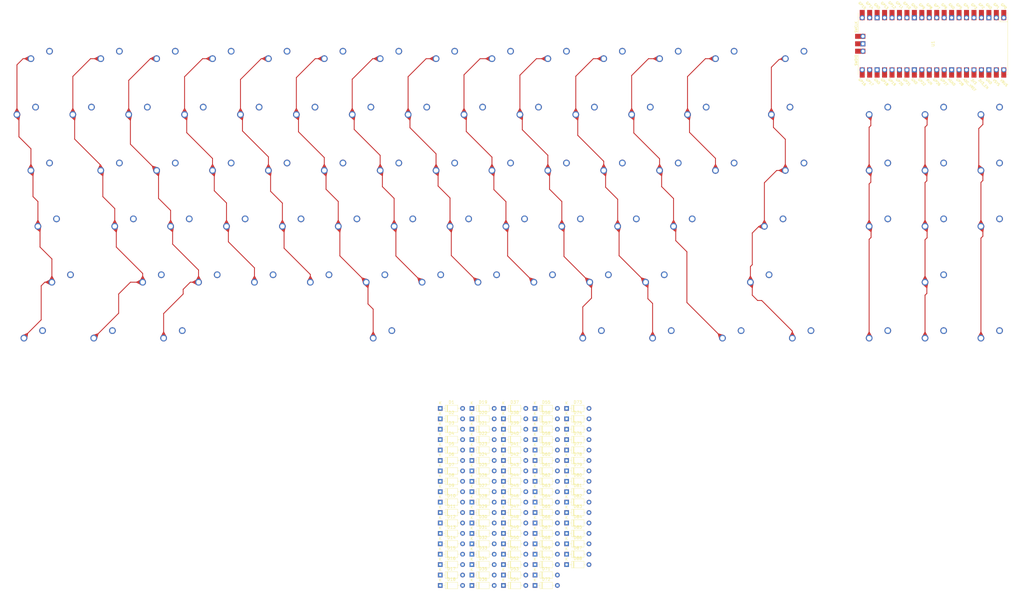
<source format=kicad_pcb>
(kicad_pcb (version 20240108) (generator "pcbnew") (generator_version "8.0")
  (title_block (title "Aniboard") (date "2025-02-02") (rev "v1.0") (company "Cyao") (comment 1 "https://github.com/cheyao/aniboard"))
  (layers (0 "F.Cu" signal) (31 "B.Cu" signal) (34 "B.Paste" user) (35 "F.Paste" user) (36 "B.SilkS" user "B.Silkscreen") (37 "F.SilkS" user "F.Silkscreen") (38 "B.Mask" user) (39 "F.Mask" user) (44 "Edge.Cuts" user))
  (net 0 "")
  (net 21 "COL0")
  (net 22 "Net-(D1-A)")
  (net 23 "COL1")
  (net 24 "Net-(D2-A)")
  (net 25 "Net-(D3-A)")
  (net 26 "COL2")
  (net 27 "COL3")
  (net 28 "Net-(D4-A)")
  (net 29 "COL4")
  (net 30 "Net-(D5-A)")
  (net 31 "Net-(D6-A)")
  (net 32 "COL5")
  (net 33 "Net-(D7-A)")
  (net 34 "COL6")
  (net 35 "COL7")
  (net 36 "Net-(D8-A)")
  (net 37 "COL8")
  (net 38 "Net-(D9-A)")
  (net 39 "Net-(D10-A)")
  (net 40 "COL9")
  (net 41 "Net-(D11-A)")
  (net 42 "COL10")
  (net 43 "COL11")
  (net 44 "Net-(D12-A)")
  (net 45 "COL12")
  (net 46 "Net-(D13-A)")
  (net 47 "COL13")
  (net 48 "Net-(D14-A)")
  (net 49 "Net-(D15-A)")
  (net 50 "Net-(D16-A)")
  (net 51 "Net-(D17-A)")
  (net 52 "Net-(D18-A)")
  (net 53 "Net-(D19-A)")
  (net 54 "Net-(D20-A)")
  (net 55 "Net-(D21-A)")
  (net 56 "Net-(D22-A)")
  (net 57 "Net-(D23-A)")
  (net 58 "Net-(D24-A)")
  (net 59 "Net-(D25-A)")
  (net 60 "Net-(D26-A)")
  (net 61 "Net-(D27-A)")
  (net 62 "Net-(D28-A)")
  (net 63 "Net-(D29-A)")
  (net 64 "Net-(D30-A)")
  (net 65 "Net-(D31-A)")
  (net 66 "Net-(D32-A)")
  (net 67 "Net-(D33-A)")
  (net 68 "Net-(D34-A)")
  (net 69 "Net-(D35-A)")
  (net 70 "Net-(D36-A)")
  (net 71 "Net-(D37-A)")
  (net 72 "Net-(D38-A)")
  (net 73 "Net-(D39-A)")
  (net 74 "Net-(D40-A)")
  (net 75 "Net-(D41-A)")
  (net 76 "Net-(D42-A)")
  (net 77 "Net-(D43-A)")
  (net 78 "Net-(D44-A)")
  (net 79 "Net-(D45-A)")
  (net 80 "Net-(D46-A)")
  (net 81 "Net-(D47-A)")
  (net 82 "Net-(D48-A)")
  (net 83 "Net-(D49-A)")
  (net 84 "Net-(D50-A)")
  (net 85 "Net-(D51-A)")
  (net 86 "Net-(D52-A)")
  (net 87 "Net-(D53-A)")
  (net 88 "Net-(D54-A)")
  (net 89 "Net-(D55-A)")
  (net 90 "Net-(D56-A)")
  (net 91 "Net-(D57-A)")
  (net 92 "Net-(D58-A)")
  (net 93 "Net-(D59-A)")
  (net 94 "Net-(D60-A)")
  (net 95 "Net-(D61-A)")
  (net 96 "Net-(D62-A)")
  (net 97 "Net-(D63-A)")
  (net 98 "Net-(D64-A)")
  (net 99 "Net-(D65-A)")
  (net 100 "Net-(D66-A)")
  (net 101 "Net-(D67-A)")
  (net 102 "Net-(D68-A)")
  (net 103 "Net-(D69-A)")
  (net 104 "Net-(D70-A)")
  (net 105 "Net-(D71-A)")
  (net 106 "Net-(D72-A)")
  (net 107 "Net-(D73-A)")
  (net 108 "Net-(D74-A)")
  (net 109 "Net-(D75-A)")
  (net 110 "Net-(D76-A)")
  (net 111 "COL14")
  (net 112 "COL15")
  (net 113 "Net-(D77-A)")
  (net 114 "COL16")
  (net 115 "Net-(D78-A)")
  (net 116 "Net-(D79-A)")
  (net 117 "Net-(D80-A)")
  (net 118 "Net-(D81-A)")
  (net 119 "Net-(D82-A)")
  (net 120 "Net-(D83-A)")
  (net 121 "Net-(D84-A)")
  (net 122 "Net-(D85-A)")
  (net 123 "Net-(D86-A)")
  (net 124 "Net-(D87-A)")
  (net 125 "Net-(D88-A)")
  (net 126 "ROW0")
  (net 127 "ROW1")
  (net 128 "ROW2")
  (net 129 "ROW3")
  (net 130 "ROW4")
  (net 131 "ROW5")
  (footprint "Diode_THT:D_DO-35_SOD27_P7.62mm_Horizontal" (layer "F.Cu") (at 196.4 171.5)
    (property "Reference" "D21")
    (property "Value" "D")
  )
  (footprint "Diode_THT:D_DO-35_SOD27_P7.62mm_Horizontal" (layer "F.Cu") (at 185.63 167.95)
    (property "Reference" "D2")
    (property "Value" "D")
  )
  (footprint "Diode_THT:D_DO-35_SOD27_P7.62mm_Horizontal" (layer "F.Cu") (at 217.94 221.2)
    (property "Reference" "D71")
    (property "Value" "D")
  )
  (footprint "PCM_marbastlib-mx:SW_MX_1u" (layer "F.Cu") (at 164.19875 123.91875)
    (property "Reference" "SW61" (hide yes))
    (property "Value" "SW_Push")
  )
  (footprint "PCM_marbastlib-mx:SW_MX_1u" (layer "F.Cu") (at 302.31125 66.76875)
    (property "Reference" "SW28" (hide yes))
    (property "Value" "SW_Push")
  )
  (footprint "PCM_marbastlib-mx:SW_MX_1u" (layer "F.Cu") (at 140.38625 66.76875)
    (property "Reference" "SW20" (hide yes))
    (property "Value" "SW_Push")
  )
  (footprint "Diode_THT:D_DO-35_SOD27_P7.62mm_Horizontal" (layer "F.Cu") (at 217.94 171.5)
    (property "Reference" "D57")
    (property "Value" "D")
  )
  (footprint "Diode_THT:D_DO-35_SOD27_P7.62mm_Horizontal" (layer "F.Cu") (at 228.71 203.45)
    (property "Reference" "D84")
    (property "Value" "D")
  )
  (footprint "Diode_THT:D_DO-35_SOD27_P7.62mm_Horizontal" (layer "F.Cu") (at 185.63 178.6)
    (property "Reference" "D5")
    (property "Value" "D")
  )
  (footprint "Diode_THT:D_DO-35_SOD27_P7.62mm_Horizontal" (layer "F.Cu") (at 196.4 167.95)
    (property "Reference" "D20")
    (property "Value" "D")
  )
  (footprint "PCM_marbastlib-mx:SW_MX_1u" (layer "F.Cu") (at 335.64875 142.96875)
    (property "Reference" "SW76" (hide yes))
    (property "Value" "SW_Push")
  )
  (footprint "PCM_marbastlib-mx:SW_MX_1u" (layer "F.Cu") (at 264.21125 85.81875)
    (property "Reference" "SW40" (hide yes))
    (property "Value" "SW_Push")
  )
  (footprint "Diode_THT:D_DO-35_SOD27_P7.62mm_Horizontal" (layer "F.Cu") (at 207.17 175.05)
    (property "Reference" "D40")
    (property "Value" "D")
  )
  (footprint "Diode_THT:D_DO-35_SOD27_P7.62mm_Horizontal" (layer "F.Cu") (at 207.17 207)
    (property "Reference" "D49")
    (property "Value" "D")
  )
  (footprint "Diode_THT:D_DO-35_SOD27_P7.62mm_Horizontal" (layer "F.Cu") (at 228.71 214.1)
    (property "Reference" "D87")
    (property "Value" "D")
  )
  (footprint "PCM_marbastlib-mx:SW_MX_1u" (layer "F.Cu") (at 168.96125 85.81875)
    (property "Reference" "SW35" (hide yes))
    (property "Value" "SW_Push")
  )
  (footprint "PCM_marbastlib-mx:SW_MX_1.25u" (layer "F.Cu") (at 261.83 142.96875)
    (property "Reference" "SW73" (hide yes))
    (property "Value" "SW_Push")
  )
  (footprint "PCM_marbastlib-mx:SW_MX_1u" (layer "F.Cu") (at 130.86125 47.71875)
    (property "Reference" "SW5" (hide yes))
    (property "Value" "SW_Push")
  )
  (footprint "Diode_THT:D_DO-35_SOD27_P7.62mm_Horizontal" (layer "F.Cu") (at 185.63 185.7)
    (property "Reference" "D7")
    (property "Value" "D")
  )
  (footprint "PCM_marbastlib-mx:SW_MX_1u" (layer "F.Cu") (at 192.77375 104.86875)
    (property "Reference" "SW50" (hide yes))
    (property "Value" "SW_Push")
  )
  (footprint "Diode_THT:D_DO-35_SOD27_P7.62mm_Horizontal" (layer "F.Cu") (at 207.17 189.25)
    (property "Reference" "D44")
    (property "Value" "D")
  )
  (footprint "Diode_THT:D_DO-35_SOD27_P7.62mm_Horizontal" (layer "F.Cu") (at 207.17 196.35)
    (property "Reference" "D46")
    (property "Value" "D")
  )
  (footprint "Diode_THT:D_DO-35_SOD27_P7.62mm_Horizontal" (layer "F.Cu") (at 207.17 185.7)
    (property "Reference" "D43")
    (property "Value" "D")
  )
  (footprint "PCM_marbastlib-mx:SW_MX_1u" (layer "F.Cu") (at 166.58 142.96875)
    (property "Reference" "SW71" (hide yes))
    (property "Value" "SW_Push")
  )
  (footprint "PCM_marbastlib-mx:SW_MX_1u" (layer "F.Cu") (at 97.52375 104.86875)
    (property "Reference" "SW45" (hide yes))
    (property "Value" "SW_Push")
  )
  (footprint "Diode_THT:D_DO-35_SOD27_P7.62mm_Horizontal" (layer "F.Cu") (at 185.63 182.15)
    (property "Reference" "D6")
    (property "Value" "D")
  )
  (footprint "PCM_marbastlib-mx:SW_MX_1u" (layer "F.Cu") (at 159.43625 66.76875)
    (property "Reference" "SW21" (hide yes))
    (property "Value" "SW_Push")
  )
  (footprint "Diode_THT:D_DO-35_SOD27_P7.62mm_Horizontal" (layer "F.Cu") (at 185.63 196.35)
    (property "Reference" "D10")
    (property "Value" "D")
  )
  (footprint "PCM_marbastlib-mx:SW_MX_1u" (layer "F.Cu") (at 354.69875 123.91875)
    (property "Reference" "SW79" (hide yes))
    (property "Value" "SW_Push")
  )
  (footprint "PCM_marbastlib-mx:SW_MX_1.25u" (layer "F.Cu") (at 285.6425 142.96875)
    (property "Reference" "SW74" (hide yes))
    (property "Value" "SW_Push")
  )
  (footprint "PCM_marbastlib-mx:SW_MX_1u" (layer "F.Cu") (at 102.28625 66.76875)
    (property "Reference" "SW18" (hide yes))
    (property "Value" "SW_Push")
  )
  (footprint "Diode_THT:D_DO-35_SOD27_P7.62mm_Horizontal" (layer "F.Cu") (at 228.71 167.95)
    (property "Reference" "D74")
    (property "Value" "D")
  )
  (footprint "Diode_THT:D_DO-35_SOD27_P7.62mm_Horizontal" (layer "F.Cu") (at 185.63 224.75)
    (property "Reference" "D18")
    (property "Value" "D")
  )
  (footprint "Diode_THT:D_DO-35_SOD27_P7.62mm_Horizontal" (layer "F.Cu") (at 196.4 175.05)
    (property "Reference" "D22")
    (property "Value" "D")
  )
  (footprint "Diode_THT:D_DO-35_SOD27_P7.62mm_Horizontal" (layer "F.Cu") (at 217.94 207)
    (property "Reference" "D67")
    (property "Value" "D")
  )
  (footprint "Diode_THT:D_DO-35_SOD27_P7.62mm_Horizontal" (layer "F.Cu") (at 228.71 196.35)
    (property "Reference" "D82")
    (property "Value" "D")
  )
  (footprint "PCM_marbastlib-mx:SW_MX_1u" (layer "F.Cu") (at 135.62375 104.86875)
    (property "Reference" "SW47" (hide yes))
    (property "Value" "SW_Push")
  )
  (footprint "Diode_THT:D_DO-35_SOD27_P7.62mm_Horizontal" (layer "F.Cu") (at 196.4 185.7)
    (property "Reference" "D25")
    (property "Value" "D")
  )
  (footprint "Diode_THT:D_DO-35_SOD27_P7.62mm_Horizontal" (layer "F.Cu") (at 185.63 192.8)
    (property "Reference" "D9")
    (property "Value" "D")
  )
  (footprint "Diode_THT:D_DO-35_SOD27_P7.62mm_Horizontal" (layer "F.Cu") (at 196.4 203.45)
    (property "Reference" "D30")
    (property "Value" "D")
  )
  (footprint "PCM_marbastlib-mx:SW_MX_1u" (layer "F.Cu") (at 107.04875 123.91875)
    (property "Reference" "SW58" (hide yes))
    (property "Value" "SW_Push")
  )
  (footprint "Diode_THT:D_DO-35_SOD27_P7.62mm_Horizontal" (layer "F.Cu") (at 185.63 203.45)
    (property "Reference" "D12")
    (property "Value" "D")
  )
  (footprint "PCM_marbastlib-mx:SW_MX_1u" (layer "F.Cu") (at 373.74875 142.96875)
    (property "Reference" "SW78" (hide yes))
    (property "Value" "SW_Push")
  )
  (footprint "PCM_marbastlib-mx:SW_MX_1u" (layer "F.Cu") (at 168.96125 47.71875)
    (property "Reference" "SW7" (hide yes))
    (property "Value" "SW_Push")
  )
  (footprint "Diode_THT:D_DO-35_SOD27_P7.62mm_Horizontal" (layer "F.Cu") (at 185.63 199.9)
    (property "Reference" "D11")
    (property "Value" "D")
  )
  (footprint "Diode_THT:D_DO-35_SOD27_P7.62mm_Horizontal" (layer "F.Cu") (at 196.4 210.55)
    (property "Reference" "D32")
    (property "Value" "D")
  )
  (footprint "Diode_THT:D_DO-35_SOD27_P7.62mm_Horizontal" (layer "F.Cu") (at 228.71 217.65)
    (property "Reference" "D88")
    (property "Value" "D")
  )
  (footprint "Diode_THT:D_DO-35_SOD27_P7.62mm_Horizontal" (layer "F.Cu") (at 185.63 221.2)
    (property "Reference" "D17")
    (property "Value" "D")
  )
  (footprint "Diode_THT:D_DO-35_SOD27_P7.62mm_Horizontal" (layer "F.Cu") (at 196.4 214.1)
    (property "Reference" "D33")
    (property "Value" "D")
  )
  (footprint "PCM_marbastlib-mx:SW_MX_1u" (layer "F.Cu") (at 92.76125 47.71875)
    (property "Reference" "SW3" (hide yes))
    (property "Value" "SW_Push")
  )
  (footprint "Diode_THT:D_DO-35_SOD27_P7.62mm_Horizontal" (layer "F.Cu") (at 207.17 210.55)
    (property "Reference" "D50")
    (property "Value" "D")
  )
  (footprint "PCM_marbastlib-mx:SW_MX_1u" (layer "F.Cu") (at 116.57375 104.86875)
    (property "Reference" "SW46" (hide yes))
    (property "Value" "SW_Push")
  )
  (footprint "PCM_marbastlib-mx:SW_MX_1u" (layer "F.Cu") (at 226.11125 85.81875)
    (property "Reference" "SW38" (hide yes))
    (property "Value" "SW_Push")
  )
  (footprint "PCM_marbastlib-mx:SW_MX_1u" (layer "F.Cu") (at 111.81125 47.71875)
    (property "Reference" "SW4" (hide yes))
    (property "Value" "SW_Push")
  )
  (footprint "PCM_marbastlib-mx:SW_MX_1u" (layer "F.Cu") (at 73.71125 47.71875)
    (property "Reference" "SW2" (hide yes))
    (property "Value" "SW_Push")
  )
  (footprint "PCM_marbastlib-mx:SW_MX_1.5u" (layer "F.Cu") (at 49.89875 47.71875)
    (property "Reference" "SW1" (hide yes))
    (property "Value" "SW_Push")
  )
  (footprint "Diode_THT:D_DO-35_SOD27_P7.62mm_Horizontal" (layer "F.Cu") (at 207.17 224.75)
    (property "Reference" "D54")
    (property "Value" "D")
  )
  (footprint "Diode_THT:D_DO-35_SOD27_P7.62mm_Horizontal" (layer "F.Cu") (at 185.63 164.4)
    (property "Reference" "D1")
    (property "Value" "D")
  )
  (footprint "Diode_THT:D_DO-35_SOD27_P7.62mm_Horizontal" (layer "F.Cu") (at 185.63 217.65)
    (property "Reference" "D16")
    (property "Value" "D")
  )
  (footprint "PCM_marbastlib-mx:SW_MX_1u" (layer "F.Cu") (at 354.69875 85.81875)
    (property "Reference" "SW84" (hide yes))
    (property "Value" "SW_Push")
  )
  (footprint "PCM_marbastlib-mx:SW_MX_1u" (layer "F.Cu") (at 264.21125 47.71875)
    (property "Reference" "SW12" (hide yes))
    (property "Value" "SW_Push")
  )
  (footprint "PCM_marbastlib-mx:SW_MX_1u" (layer "F.Cu") (at 149.91125 47.71875)
    (property "Reference" "SW6" (hide yes))
    (property "Value" "SW_Push")
  )
  (footprint "PCM_marbastlib-mx:SW_MX_1u" (layer "F.Cu") (at 57.0425 123.91875)
    (property "Reference" "SW56" (hide yes))
    (property "Value" "SW_Push")
  )
  (footprint "Diode_THT:D_DO-35_SOD27_P7.62mm_Horizontal" (layer "F.Cu") (at 217.94 178.6)
    (property "Reference" "D59")
    (property "Value" "D")
  )
  (footprint "Diode_THT:D_DO-35_SOD27_P7.62mm_Horizontal" (layer "F.Cu") (at 207.17 203.45)
    (property "Reference" "D48")
    (property "Value" "D")
  )
  (footprint "Diode_THT:D_DO-35_SOD27_P7.62mm_Horizontal" (layer "F.Cu") (at 196.4 182.15)
    (property "Reference" "D24")
    (property "Value" "D")
  )
  (footprint "Diode_THT:D_DO-35_SOD27_P7.62mm_Horizontal" (layer "F.Cu") (at 185.63 210.55)
    (property "Reference" "D14")
    (property "Value" "D")
  )
  (footprint "Diode_THT:D_DO-35_SOD27_P7.62mm_Horizontal" (layer "F.Cu") (at 217.94 182.15)
    (property "Reference" "D60")
    (property "Value" "D")
  )
  (footprint "PCM_marbastlib-mx:SW_MX_1u" (layer "F.Cu") (at 273.73625 66.76875)
    (property "Reference" "SW27" (hide yes))
    (property "Value" "SW_Push")
  )
  (footprint "PCM_marbastlib-mx:SW_MX_1u" (layer "F.Cu") (at 83.23625 66.76875)
    (property "Reference" "SW17" (hide yes))
    (property "Value" "SW_Push")
  )
  (footprint "Diode_THT:D_DO-35_SOD27_P7.62mm_Horizontal" (layer "F.Cu") (at 228.71 185.7)
    (property "Reference" "D79")
    (property "Value" "D")
  )
  (footprint "PCM_marbastlib-mx:SW_MX_1u" (layer "F.Cu") (at 178.48625 66.76875)
    (property "Reference" "SW22" (hide yes))
    (property "Value" "SW_Push")
  )
  (footprint "PCM_marbastlib-mx:SW_MX_1.25u" (layer "F.Cu") (at 95.1425 142.96875)
    (property "Reference" "SW70" (hide yes))
    (property "Value" "SW_Push")
  )
  (footprint "Diode_THT:D_DO-35_SOD27_P7.62mm_Horizontal" (layer "F.Cu") (at 228.71 164.4)
    (property "Reference" "D73")
    (property "Value" "D")
  )
  (footprint "Diode_THT:D_DO-35_SOD27_P7.62mm_Horizontal" (layer "F.Cu") (at 217.94 175.05)
    (property "Reference" "D58")
    (property "Value" "D")
  )
  (footprint "Diode_THT:D_DO-35_SOD27_P7.62mm_Horizontal" (layer "F.Cu") (at 196.4 196.35)
    (property "Reference" "D28")
    (property "Value" "D")
  )
  (footprint "Diode_THT:D_DO-35_SOD27_P7.62mm_Horizontal" (layer "F.Cu") (at 185.63 214.1)
    (property "Reference" "D15")
    (property "Value" "D")
  )
  (footprint "Diode_THT:D_DO-35_SOD27_P7.62mm_Horizontal" (layer "F.Cu") (at 217.94 185.7)
    (property "Reference" "D61")
    (property "Value" "D")
  )
  (footprint "PCM_marbastlib-mx:SW_MX_1u" (layer "F.Cu") (at 188.01125 47.71875)
    (property "Reference" "SW8" (hide yes))
    (property "Value" "SW_Push")
  )
  (footprint "PCM_marbastlib-mx:SW_MX_1u" (layer "F.Cu") (at 295.1675 123.91875)
    (property "Reference" "SW67" (hide yes))
    (property "Value" "SW_Push")
  )
  (footprint "PCM_marbastlib-mx:SW_MX_1u" (layer "F.Cu") (at 126.09875 123.91875)
    (property "Reference" "SW59" (hide yes))
    (property "Value" "SW_Push")
  )
  (footprint "Diode_THT:D_DO-35_SOD27_P7.62mm_Horizontal" (layer "F.Cu") (at 207.17 182.15)
    (property "Reference" "D42")
    (property "Value" "D")
  )
  (footprint "PCM_marbastlib-mx:SW_MX_1u" (layer "F.Cu") (at 245.16125 47.71875)
    (property "Reference" "SW11" (hide yes))
    (property "Value" "SW_Push")
  )
  (footprint "Diode_THT:D_DO-35_SOD27_P7.62mm_Horizontal" (layer "F.Cu") (at 228.71 189.25)
    (property "Reference" "D80")
    (property "Value" "D")
  )
  (footprint "Diode_THT:D_DO-35_SOD27_P7.62mm_Horizontal" (layer "F.Cu") (at 217.94 199.9)
    (property "Reference" "D65")
    (property "Value" "D")
  )
  (footprint "PCM_marbastlib-mx:SW_MX_1u" (layer "F.Cu") (at 335.64875 66.76875)
    (property "Reference" "SW80" (hide yes))
    (property "Value" "SW_Push")
  )
  (footprint "PCM_marbastlib-mx:SW_MX_1u" (layer "F.Cu") (at 78.47375 104.86875)
    (property "Reference" "SW44" (hide yes))
    (property "Value" "SW_Push")
  )
  (footprint "PCM_marbastlib-mx:SW_MX_1u" (layer "F.Cu") (at 154.67375 104.86875)
    (property "Reference" "SW48" (hide yes))
    (property "Value" "SW_Push")
  )
  (footprint "PCM_marbastlib-mx:SW_MX_1.5u" (layer "F.Cu") (at 307.07375 85.81875)
    (property "Reference" "SW42" (hide yes))
    (property "Value" "SW_Push")
  )
  (footprint "Diode_THT:D_DO-35_SOD27_P7.62mm_Horizontal" (layer "F.Cu") (at 217.94 167.95)
    (property "Reference" "D56")
    (property "Value" "D")
  )
  (footprint "PCM_marbastlib-mx:SW_MX_1u" (layer "F.Cu") (at 283.26125 85.81875)
    (property "Reference" "SW41" (hide yes))
    (property "Value" "SW_Push")
  )
  (footprint "PCM_marbastlib-mx:SW_MX_1u" (layer "F.Cu") (at 211.82375 104.86875)
    (property "Reference" "SW51" (hide yes))
    (property "Value" "SW_Push")
  )
  (footprint "Diode_THT:D_DO-35_SOD27_P7.62mm_Horizontal" (layer "F.Cu") (at 228.71 171.5)
    (property "Reference" "D75")
    (property "Value" "D")
  )
  (footprint "PCM_marbastlib-mx:SW_MX_1u" (layer "F.Cu") (at 373.74875 104.86875)
    (property "Reference" "SW88" (hide yes))
    (property "Value" "SW_Push")
  )
  (footprint "Diode_THT:D_DO-35_SOD27_P7.62mm_Horizontal" (layer "F.Cu") (at 207.17 217.65)
    (property "Reference" "D52")
    (property "Value" "D")
  )
  (footprint "PCM_marbastlib-mx:SW_MX_1u" (layer "F.Cu") (at 188.01125 85.81875)
    (property "Reference" "SW36" (hide yes))
    (property "Value" "SW_Push")
  )
  (footprint "PCM_marbastlib-mx:SW_MX_1u" (layer "F.Cu") (at 268.97375 104.86875)
    (property "Reference" "SW54" (hide yes))
    (property "Value" "SW_Push")
  )
  (footprint "PCM_marbastlib-mx:STAB_MX_6.25u" (layer "F.Cu") (at 166.58 142.96875)
    (property "Reference" "S5" (hide yes))
    (property "Value" "MX_stab")
  )
  (footprint "PCM_marbastlib-mx:SW_MX_1u" (layer "F.Cu") (at 245.16125 85.81875)
    (property "Reference" "SW39" (hide yes))
    (property "Value" "SW_Push")
  )
  (footprint "PCM_marbastlib-mx:SW_MX_1u" (layer "F.Cu") (at 335.64875 104.86875)
    (property "Reference" "SW86" (hide yes))
    (property "Value" "SW_Push")
  )
  (footprint "Diode_THT:D_DO-35_SOD27_P7.62mm_Horizontal" (layer "F.Cu") (at 207.17 178.6)
    (property "Reference" "D41")
    (property "Value" "D")
  )
  (footprint "Diode_THT:D_DO-35_SOD27_P7.62mm_Horizontal" (layer "F.Cu") (at 196.4 221.2)
    (property "Reference" "D35")
    (property "Value" "D")
  )
  (footprint "Diode_THT:D_DO-35_SOD27_P7.62mm_Horizontal" (layer "F.Cu") (at 228.71 207)
    (property "Reference" "D85")
    (property "Value" "D")
  )
  (footprint "Diode_THT:D_DO-35_SOD27_P7.62mm_Horizontal" (layer "F.Cu") (at 217.94 217.65)
    (property "Reference" "D70")
    (property "Value" "D")
  )
  (footprint "PCM_marbastlib-mx:SW_MX_1u" (layer "F.Cu") (at 87.99875 123.91875)
    (property "Reference" "SW57" (hide yes))
    (property "Value" "SW_Push")
  )
  (footprint "PCM_marbastlib-mx:STAB_MX_2.75u" (layer "F.Cu") (at 295.1675 123.91875)
    (property "Reference" "S4" (hide yes))
    (property "Value" "MX_stab")
  )
  (footprint "Diode_THT:D_DO-35_SOD27_P7.62mm_Horizontal" (layer "F.Cu") (at 185.63 207)
    (property "Reference" "D13")
    (property "Value" "D")
  )
  (footprint "PCM_marbastlib-mx:SW_MX_1u" (layer "F.Cu") (at 145.14875 123.91875)
    (property "Reference" "SW60" (hide yes))
    (property "Value" "SW_Push")
  )
  (footprint "PCM_marbastlib-mx:SW_MX_1u" (layer "F.Cu") (at 226.11125 47.71875)
    (property "Reference" "SW10" (hide yes))
    (property "Value" "SW_Push")
  )
  (footprint "Diode_THT:D_DO-35_SOD27_P7.62mm_Horizontal" (layer "F.Cu") (at 207.17 167.95)
    (property "Reference" "D38")
    (property "Value" "D")
  )
  (footprint "Diode_THT:D_DO-35_SOD27_P7.62mm_Horizontal" (layer "F.Cu") (at 207.17 164.4)
    (property "Reference" "D37")
    (property "Value" "D")
  )
  (footprint "PCM_marbastlib-mx:SW_MX_1u" (layer "F.Cu") (at 45.13625 66.76875)
    (property "Reference" "SW15" (hide yes))
    (property "Value" "SW_Push")
  )
  (footprint "RPi_Pico:RPi_Pico_SMD_TH" (layer "F.Cu") (at 353.6 40.1 -90)
    (property "Reference" "U1")
    (property "Value" "Pico")
  )
  (footprint "PCM_marbastlib-mx:SW_MX_1.5u" (layer "F.Cu") (at 307.07375 47.71875)
    (property "Reference" "SW14" (hide yes))
    (property "Value" "SW_Push")
  )
  (footprint "PCM_marbastlib-mx:SW_MX_1u" (layer "F.Cu") (at 354.69875 104.86875)
    (property "Reference" "SW87" (hide yes))
    (property "Value" "SW_Push")
  )
  (footprint "Diode_THT:D_DO-35_SOD27_P7.62mm_Horizontal" (layer "F.Cu") (at 185.63 171.5)
    (property "Reference" "D3")
    (property "Value" "D")
  )
  (footprint "Diode_THT:D_DO-35_SOD27_P7.62mm_Horizontal" (layer "F.Cu") (at 217.94 203.45)
    (property "Reference" "D66")
    (property "Value" "D")
  )
  (footprint "PCM_marbastlib-mx:STAB_MX_2u" (layer "F.Cu") (at 302.31125 66.76875)
    (property "Reference" "S1" (hide yes))
    (property "Value" "MX_stab")
  )
  (footprint "Diode_THT:D_DO-35_SOD27_P7.62mm_Horizontal" (layer "F.Cu") (at 207.17 214.1)
    (property "Reference" "D51")
    (property "Value" "D")
  )
  (footprint "PCM_marbastlib-mx:SW_MX_1.25u" (layer "F.Cu") (at 47.5175 142.96875)
    (property "Reference" "SW68" (hide yes))
    (property "Value" "SW_Push")
  )
  (footprint "Diode_THT:D_DO-35_SOD27_P7.62mm_Horizontal" (layer "F.Cu") (at 217.94 189.25)
    (property "Reference" "D62")
    (property "Value" "D")
  )
  (footprint "PCM_marbastlib-mx:SW_MX_1u" (layer "F.Cu") (at 221.34875 123.91875)
    (property "Reference" "SW64" (hide yes))
    (property "Value" "SW_Push")
  )
  (footprint "Diode_THT:D_DO-35_SOD27_P7.62mm_Horizontal" (layer "F.Cu") (at 196.4 224.75)
    (property "Reference" "D36")
    (property "Value" "D")
  )
  (footprint "Diode_THT:D_DO-35_SOD27_P7.62mm_Horizontal" (layer "F.Cu") (at 217.94 224.75)
    (property "Reference" "D72")
    (property "Value" "D")
  )
  (footprint "PCM_marbastlib-mx:SW_MX_1u" (layer "F.Cu") (at 149.91125 85.81875)
    (property "Reference" "SW34" (hide yes))
    (property "Value" "SW_Push")
  )
  (footprint "PCM_marbastlib-mx:STAB_MX_2.25u" (layer "F.Cu") (at 299.93 104.86875)
    (property "Reference" "S2" (hide yes))
    (property "Value" "MX_stab")
  )
  (footprint "Diode_THT:D_DO-35_SOD27_P7.62mm_Horizontal" (layer "F.Cu") (at 217.94 214.1)
    (property "Reference" "D69")
    (property "Value" "D")
  )
  (footprint "PCM_marbastlib-mx:SW_MX_1.75u" (layer "F.Cu") (at 52.28 104.86875)
    (property "Reference" "SW43" (hide yes))
    (property "Value" "SW_Push")
  )
  (footprint "Diode_THT:D_DO-35_SOD27_P7.62mm_Horizontal" (layer "F.Cu") (at 196.4 217.65)
    (property "Reference" "D34")
    (property "Value" "D")
  )
  (footprint "PCM_marbastlib-mx:SW_MX_1u" (layer "F.Cu") (at 249.92375 104.86875)
    (property "Reference" "SW53" (hide yes))
    (property "Value" "SW_Push")
  )
  (footprint "PCM_marbastlib-mx:SW_MX_1u" (layer "F.Cu") (at 259.44875 123.91875)
    (property "Reference" "SW66" (hide yes))
    (property "Value" "SW_Push")
  )
  (footprint "Diode_THT:D_DO-35_SOD27_P7.62mm_Horizontal" (layer "F.Cu") (at 217.94 210.55)
    (property "Reference" "D68")
    (property "Value" "D")
  )
  (footprint "PCM_marbastlib-mx:SW_MX_1u" (layer "F.Cu") (at 121.33625 66.76875)
    (property "Reference" "SW19" (hide yes))
    (property "Value" "SW_Push")
  )
  (footprint "PCM_marbastlib-mx:SW_MX_1u" (layer "F.Cu") (at 216.58625 66.76875)
    (property "Reference" "SW24" (hide yes))
    (property "Value" "SW_Push")
  )
  (footprint "Diode_THT:D_DO-35_SOD27_P7.62mm_Horizontal" (layer "F.Cu") (at 207.17 171.5)
    (property "Reference" "D39")
    (property "Value" "D")
  )
  (footprint "PCM_marbastlib-mx:SW_MX_1u" (layer "F.Cu") (at 254.68625 66.76875)
    (property "Reference" "SW26" (hide yes))
    (property "Value" "SW_Push")
  )
  (footprint "PCM_marbastlib-mx:SW_MX_1u" (layer "F.Cu") (at 373.74875 85.81875)
    (property "Reference" "SW85" (hide yes))
    (property "Value" "SW_Push")
  )
  (footprint "Diode_THT:D_DO-35_SOD27_P7.62mm_Horizontal" (layer "F.Cu") (at 207.17 221.2)
    (property "Reference" "D53")
    (property "Value" "D")
  )
  (footprint "Diode_THT:D_DO-35_SOD27_P7.62mm_Horizontal" (layer "F.Cu") (at 196.4 207)
    (property "Reference" "D31")
    (property "Value" "D")
  )
  (footprint "PCM_marbastlib-mx:SW_MX_1u" (layer "F.Cu") (at 183.24875 123.91875)
    (property "Reference" "SW62" (hide yes))
    (property "Value" "SW_Push")
  )
  (footprint "PCM_marbastlib-mx:SW_MX_1u" (layer "F.Cu") (at 207.06125 85.81875)
    (property "Reference" "SW37" (hide yes))
    (property "Value" "SW_Push")
  )
  (footprint "PCM_marbastlib-mx:SW_MX_1u" (layer "F.Cu") (at 197.53625 66.76875)
    (property "Reference" "SW23" (hide yes))
    (property "Value" "SW_Push")
  )
  (footprint "Diode_THT:D_DO-35_SOD27_P7.62mm_Horizontal" (layer "F.Cu") (at 217.94 192.8)
    (property "Reference" "D63")
    (property "Value" "D")
  )
  (footprint "Diode_THT:D_DO-35_SOD27_P7.62mm_Horizontal" (layer "F.Cu") (at 217.94 164.4)
    (property "Reference" "D55")
    (property "Value" "D")
  )
  (footprint "PCM_marbastlib-mx:SW_MX_1u" (layer "F.Cu") (at 173.72375 104.86875)
    (property "Reference" "SW49" (hide yes))
    (property "Value" "SW_Push")
  )
  (footprint "PCM_marbastlib-mx:SW_MX_1u" (layer "F.Cu") (at 92.76125 85.81875)
    (property "Reference" "SW31" (hide yes))
    (property "Value" "SW_Push")
  )
  (footprint "PCM_marbastlib-mx:SW_MX_1.5u" (layer "F.Cu") (at 49.89875 85.81875)
    (property "Reference" "SW29" (hide yes))
    (property "Value" "SW_Push")
  )
  (footprint "PCM_marbastlib-mx:SW_MX_1u" (layer "F.Cu") (at 64.18625 66.76875)
    (property "Reference" "SW16" (hide yes))
    (property "Value" "SW_Push")
  )
  (footprint "PCM_marbastlib-mx:SW_MX_1u" (layer "F.Cu") (at 240.39875 123.91875)
    (property "Reference" "SW65" (hide yes))
    (property "Value" "SW_Push")
  )
  (footprint "PCM_marbastlib-mx:SW_MX_1.25u" (layer "F.Cu") (at 238.0175 142.96875)
    (property "Reference" "SW72" (hide yes))
    (property "Value" "SW_Push")
  )
  (footprint "PCM_marbastlib-mx:SW_MX_1u" (layer "F.Cu") (at 354.69875 142.96875)
    (property "Reference" "SW77" (hide yes))
    (property "Value" "SW_Push")
  )
  (footprint "PCM_marbastlib-mx:STAB_MX_2.25u" (layer "F.Cu") (at 57.0425 123.91875)
    (property "Reference" "S3" (hide yes))
    (property "Value" "MX_stab")
  )
  (footprint "PCM_marbastlib-mx:SW_MX_1u" (layer "F.Cu") (at 335.64875 85.81875)
    (property "Reference" "SW83" (hide yes))
    (property "Value" "SW_Push")
  )
  (footprint "Diode_THT:D_DO-35_SOD27_P7.62mm_Horizontal" (layer "F.Cu") (at 196.4 189.25)
    (property "Reference" "D26")
    (property "Value" "D")
  )
  (footprint "PCM_marbastlib-mx:SW_MX_1u" (layer "F.Cu") (at 235.63625 66.76875)
    (property "Reference" "SW25" (hide yes))
    (property "Value" "SW_Push")
  )
  (footprint "Diode_THT:D_DO-35_SOD27_P7.62mm_Horizontal" (layer "F.Cu") (at 207.17 199.9)
    (property "Reference" "D47")
    (property "Value" "D")
  )
  (footprint "Diode_THT:D_DO-35_SOD27_P7.62mm_Horizontal" (layer "F.Cu") (at 196.4 178.6)
    (property "Reference" "D23")
    (property "Value" "D")
  )
  (footprint "PCM_marbastlib-mx:SW_MX_1u" (layer "F.Cu") (at 130.86125 85.81875)
    (property "Reference" "SW33" (hide yes))
    (property "Value" "SW_Push")
  )
  (footprint "PCM_marbastlib-mx:SW_MX_1u" (layer "F.Cu") (at 283.26125 47.71875)
    (property "Reference" "SW13" (hide yes))
    (property "Value" "SW_Push")
  )
  (footprint "Diode_THT:D_DO-35_SOD27_P7.62mm_Horizontal" (layer "F.Cu") (at 217.94 196.35)
    (property "Reference" "D64")
    (property "Value" "D")
  )
  (footprint "PCM_marbastlib-mx:SW_MX_1u" (layer "F.Cu") (at 299.93 104.86875)
    (property "Reference" "SW55" (hide yes))
    (property "Value" "SW_Push")
  )
  (footprint "Diode_THT:D_DO-35_SOD27_P7.62mm_Horizontal" (layer "F.Cu") (at 228.71 182.15)
    (property "Reference" "D78")
    (property "Value" "D")
  )
  (footprint "PCM_marbastlib-mx:SW_MX_1u" (layer "F.Cu") (at 202.29875 123.91875)
    (property "Reference" "SW63" (hide yes))
    (property "Value" "SW_Push")
  )
  (footprint "Diode_THT:D_DO-35_SOD27_P7.62mm_Horizontal" (layer "F.Cu") (at 228.71 199.9)
    (property "Reference" "D83")
    (property "Value" "D")
  )
  (footprint "Diode_THT:D_DO-35_SOD27_P7.62mm_Horizontal" (layer "F.Cu") (at 185.63 189.25)
    (property "Reference" "D8")
    (property "Value" "D")
  )
  (footprint "Diode_THT:D_DO-35_SOD27_P7.62mm_Horizontal" (layer "F.Cu") (at 228.71 175.05)
    (property "Reference" "D76")
    (property "Value" "D")
  )
  (footprint "PCM_marbastlib-mx:SW_MX_1.25u" (layer "F.Cu") (at 309.455 142.96875)
    (property "Reference" "SW75" (hide yes))
    (property "Value" "SW_Push")
  )
  (footprint "Diode_THT:D_DO-35_SOD27_P7.62mm_Horizontal" (layer "F.Cu") (at 228.71 210.55)
    (property "Reference" "D86")
    (property "Value" "D")
  )
  (footprint "PCM_marbastlib-mx:SW_MX_1u" (layer "F.Cu") (at 373.74875 66.76875)
    (property "Reference" "SW82" (hide yes))
    (property "Value" "SW_Push")
  )
  (footprint "Diode_THT:D_DO-35_SOD27_P7.62mm_Horizontal" (layer "F.Cu") (at 207.17 192.8)
    (property "Reference" "D45")
    (property "Value" "D")
  )
  (footprint "PCM_marbastlib-mx:SW_MX_1u" (layer "F.Cu") (at 73.71125 85.81875)
    (property "Reference" "SW30" (hide yes))
    (property "Value" "SW_Push")
  )
  (footprint "Diode_THT:D_DO-35_SOD27_P7.62mm_Horizontal" (layer "F.Cu") (at 228.71 192.8)
    (property "Reference" "D81")
    (property "Value" "D")
  )
  (footprint "PCM_marbastlib-mx:SW_MX_1u" (layer "F.Cu") (at 111.81125 85.81875)
    (property "Reference" "SW32" (hide yes))
    (property "Value" "SW_Push")
  )
  (footprint "Diode_THT:D_DO-35_SOD27_P7.62mm_Horizontal" (layer "F.Cu") (at 196.4 199.9)
    (property "Reference" "D29")
    (property "Value" "D")
  )
  (footprint "PCM_marbastlib-mx:SW_MX_1u" (layer "F.Cu") (at 354.69875 66.76875)
    (property "Reference" "SW81" (hide yes))
    (property "Value" "SW_Push")
  )
  (footprint "Diode_THT:D_DO-35_SOD27_P7.62mm_Horizontal" (layer "F.Cu") (at 196.4 164.4)
    (property "Reference" "D19")
    (property "Value" "D")
  )
  (footprint "Diode_THT:D_DO-35_SOD27_P7.62mm_Horizontal" (layer "F.Cu") (at 228.71 178.6)
    (property "Reference" "D77")
    (property "Value" "D")
  )
  (footprint "PCM_marbastlib-mx:SW_MX_1.25u" (layer "F.Cu") (at 71.33 142.96875)
    (property "Reference" "SW69" (hide yes))
    (property "Value" "SW_Push")
  )
  (footprint "Diode_THT:D_DO-35_SOD27_P7.62mm_Horizontal" (layer "F.Cu") (at 196.4 192.8)
    (property "Reference" "D27")
    (property "Value" "D")
  )
  (footprint "Diode_THT:D_DO-35_SOD27_P7.62mm_Horizontal" (layer "F.Cu") (at 185.63 175.05)
    (property "Reference" "D4")
    (property "Value" "D")
  )
  (footprint "PCM_marbastlib-mx:SW_MX_1u" (layer "F.Cu") (at 207.06125 47.71875)
    (property "Reference" "SW9" (hide yes))
    (property "Value" "SW_Push")
  )
  (footprint "PCM_marbastlib-mx:SW_MX_1u" (layer "F.Cu") (at 230.87375 104.86875)
    (property "Reference" "SW52" (hide yes))
    (property "Value" "SW_Push")
  )
  (segment (start 48.47 93.87) (end 46.8 92.2) (width 0.3) (layer "F.Cu") (net 21))
  (segment (start 53.2325 121.37875) (end 53.2325 113.4325) (width 0.3) (layer "F.Cu") (net 21))
  (segment (start 46.08875 75.88875) (end 42 71.8) (width 0.3) (layer "F.Cu") (net 21))
  (segment (start 42 64.9025) (end 41.32625 64.22875) (width 0.3) (layer "F.Cu") (net 21))
  (segment (start 49.6 122.6) (end 49.6 134.2) (width 0.3) (layer "F.Cu") (net 21))
  (segment (start 50.82125 121.37875) (end 49.6 122.6) (width 0.3) (layer "F.Cu") (net 21))
  (segment (start 43.42125 45.17875) (end 41.32625 47.27375) (width 0.3) (layer "F.Cu") (net 21))
  (segment (start 46.8 92.2) (end 46.8 83.99) (width 0.3) (layer "F.Cu") (net 21))
  (segment (start 42 71.8) (end 42 64.9025) (width 0.3) (layer "F.Cu") (net 21))
  (segment (start 53.2325 121.37875) (end 50.82125 121.37875) (width 0.3) (layer "F.Cu") (net 21))
  (segment (start 49.2 109.4) (end 49.2 103.05875) (width 0.3) (layer "F.Cu") (net 21))
  (segment (start 46.08875 83.27875) (end 46.08875 75.88875) (width 0.3) (layer "F.Cu") (net 21))
  (segment (start 49.2 103.05875) (end 48.47 102.32875) (width 0.3) (layer "F.Cu") (net 21))
  (segment (start 46.08875 45.17875) (end 43.42125 45.17875) (width 0.3) (layer "F.Cu") (net 21))
  (segment (start 53.2325 113.4325) (end 49.2 109.4) (width 0.3) (layer "F.Cu") (net 21))
  (segment (start 43.7075 140.0925) (end 43.7075 140.42875) (width 0.3) (layer "F.Cu") (net 21))
  (segment (start 48.47 102.32875) (end 48.47 93.87) (width 0.3) (layer "F.Cu") (net 21))
  (segment (start 49.6 134.2) (end 43.7075 140.0925) (width 0.3) (layer "F.Cu") (net 21))
  (segment (start 46.8 83.99) (end 46.08875 83.27875) (width 0.3) (layer "F.Cu") (net 21))
  (segment (start 41.32625 47.27375) (end 41.32625 64.22875) (width 0.3) (layer "F.Cu") (net 21))
  (segment (start 76 125.4) (end 80.02125 121.37875) (width 0.3) (layer "F.Cu") (net 23))
  (segment (start 84.18875 118.38875) (end 75.2 109.4) (width 0.3) (layer "F.Cu") (net 23))
  (segment (start 69.90125 83.27875) (end 69.90125 81.50125) (width 0.3) (layer "F.Cu") (net 23))
  (segment (start 69.90125 45.17875) (end 66.42125 45.17875) (width 0.3) (layer "F.Cu") (net 23))
  (segment (start 74.66375 96.26375) (end 70.6 92.2) (width 0.3) (layer "F.Cu") (net 23))
  (segment (start 75.2 102.865) (end 74.66375 102.32875) (width 0.3) (layer "F.Cu") (net 23))
  (segment (start 75.2 109.4) (end 75.2 102.865) (width 0.3) (layer "F.Cu") (net 23))
  (segment (start 84.18875 121.37875) (end 84.18875 118.38875) (width 0.3) (layer "F.Cu") (net 23))
  (segment (start 67.52 140.42875) (end 76 131.94875) (width 0.3) (layer "F.Cu") (net 23))
  (segment (start 60.37625 51.22375) (end 60.37625 64.22875) (width 0.3) (layer "F.Cu") (net 23))
  (segment (start 74.66375 102.32875) (end 74.66375 96.26375) (width 0.3) (layer "F.Cu") (net 23))
  (segment (start 80.02125 121.37875) (end 84.18875 121.37875) (width 0.3) (layer "F.Cu") (net 23))
  (segment (start 66.42125 45.17875) (end 60.37625 51.22375) (width 0.3) (layer "F.Cu") (net 23))
  (segment (start 76 131.94875) (end 76 125.4) (width 0.3) (layer "F.Cu") (net 23))
  (segment (start 70.6 92.2) (end 70.6 83.9775) (width 0.3) (layer "F.Cu") (net 23))
  (segment (start 61 64.8525) (end 60.37625 64.22875) (width 0.3) (layer "F.Cu") (net 23))
  (segment (start 69.90125 81.50125) (end 61 72.6) (width 0.3) (layer "F.Cu") (net 23))
  (segment (start 61 72.6) (end 61 64.8525) (width 0.3) (layer "F.Cu") (net 23))
  (segment (start 70.6 83.9775) (end 69.90125 83.27875) (width 0.3) (layer "F.Cu") (net 23))
  (segment (start 80 64.8025) (end 79.42625 64.22875) (width 0.3) (layer "F.Cu") (net 26))
  (segment (start 98 125.4) (end 98 123.8) (width 0.3) (layer "F.Cu") (net 26))
  (segment (start 88.95125 45.17875) (end 86.82125 45.17875) (width 0.3) (layer "F.Cu") (net 26))
  (segment (start 98 123.8) (end 100.42125 121.37875) (width 0.3) (layer "F.Cu") (net 26))
  (segment (start 80 74.3275) (end 80 64.8025) (width 0.3) (layer "F.Cu") (net 26))
  (segment (start 86.82125 45.17875) (end 79.42625 52.57375) (width 0.3) (layer "F.Cu") (net 26))
  (segment (start 103.23875 121.37875) (end 103.23875 117.23875) (width 0.3) (layer "F.Cu") (net 26))
  (segment (start 91.3325 140.42875) (end 91.3325 132.0675) (width 0.3) (layer "F.Cu") (net 26))
  (segment (start 103.23875 117.23875) (end 94.4 108.4) (width 0.3) (layer "F.Cu") (net 26))
  (segment (start 100.42125 121.37875) (end 103.23875 121.37875) (width 0.3) (layer "F.Cu") (net 26))
  (segment (start 89.6 83.9275) (end 88.95125 83.27875) (width 0.3) (layer "F.Cu") (net 26))
  (segment (start 91.3325 132.0675) (end 98 125.4) (width 0.3) (layer "F.Cu") (net 26))
  (segment (start 94.4 103.015) (end 93.71375 102.32875) (width 0.3) (layer "F.Cu") (net 26))
  (segment (start 94.4 108.4) (end 94.4 103.015) (width 0.3) (layer "F.Cu") (net 26))
  (segment (start 88.95125 83.27875) (end 80 74.3275) (width 0.3) (layer "F.Cu") (net 26))
  (segment (start 89.6 92.8) (end 89.6 83.9275) (width 0.3) (layer "F.Cu") (net 26))
  (segment (start 79.42625 52.57375) (end 79.42625 64.22875) (width 0.3) (layer "F.Cu") (net 26))
  (segment (start 93.71375 96.91375) (end 89.6 92.8) (width 0.3) (layer "F.Cu") (net 26))
  (segment (start 93.71375 102.32875) (end 93.71375 96.91375) (width 0.3) (layer "F.Cu") (net 26))
  (segment (start 108.6 83.8775) (end 108.00125 83.27875) (width 0.3) (layer "F.Cu") (net 27))
  (segment (start 108.6 90.2) (end 108.6 83.8775) (width 0.3) (layer "F.Cu") (net 27))
  (segment (start 108.00125 45.17875) (end 104.62125 45.17875) (width 0.3) (layer "F.Cu") (net 27))
  (segment (start 113.4 102.965) (end 112.76375 102.32875) (width 0.3) (layer "F.Cu") (net 27))
  (segment (start 122.28875 116.48875) (end 113.4 107.6) (width 0.3) (layer "F.Cu") (net 27))
  (segment (start 112.76375 94.36375) (end 108.6 90.2) (width 0.3) (layer "F.Cu") (net 27))
  (segment (start 122.28875 121.37875) (end 122.28875 116.48875) (width 0.3) (layer "F.Cu") (net 27))
  (segment (start 112.76375 102.32875) (end 112.76375 94.36375) (width 0.3) (layer "F.Cu") (net 27))
  (segment (start 113.4 107.6) (end 113.4 102.965) (width 0.3) (layer "F.Cu") (net 27))
  (segment (start 108.00125 79.20125) (end 99.2 70.4) (width 0.3) (layer "F.Cu") (net 27))
  (segment (start 99.2 70.4) (end 99.2 64.9525) (width 0.3) (layer "F.Cu") (net 27))
  (segment (start 104.62125 45.17875) (end 98.47625 51.32375) (width 0.3) (layer "F.Cu") (net 27))
  (segment (start 99.2 64.9525) (end 98.47625 64.22875) (width 0.3) (layer "F.Cu") (net 27))
  (segment (start 98.47625 51.32375) (end 98.47625 64.22875) (width 0.3) (layer "F.Cu") (net 27))
  (segment (start 108.00125 83.27875) (end 108.00125 79.20125) (width 0.3) (layer "F.Cu") (net 27))
  (segment (start 141.33875 121.37875) (end 141.33875 118.73875) (width 0.3) (layer "F.Cu") (net 29))
  (segment (start 117.52625 52.27375) (end 124.62125 45.17875) (width 0.3) (layer "F.Cu") (net 29))
  (segment (start 127.8 90.4) (end 127.8 84.0275) (width 0.3) (layer "F.Cu") (net 29))
  (segment (start 127.8 84.0275) (end 127.05125 83.27875) (width 0.3) (layer "F.Cu") (net 29))
  (segment (start 118.2 64.9025) (end 117.52625 64.22875) (width 0.3) (layer "F.Cu") (net 29))
  (segment (start 141.33875 118.73875) (end 132.4 109.8) (width 0.3) (layer "F.Cu") (net 29))
  (segment (start 127.05125 78.65125) (end 118.2 69.8) (width 0.3) (layer "F.Cu") (net 29))
  (segment (start 132.4 109.8) (end 132.4 102.915) (width 0.3) (layer "F.Cu") (net 29))
  (segment (start 131.81375 102.32875) (end 131.81375 94.41375) (width 0.3) (layer "F.Cu") (net 29))
  (segment (start 131.81375 94.41375) (end 127.8 90.4) (width 0.3) (layer "F.Cu") (net 29))
  (segment (start 118.2 69.8) (end 118.2 64.9025) (width 0.3) (layer "F.Cu") (net 29))
  (segment (start 127.05125 83.27875) (end 127.05125 78.65125) (width 0.3) (layer "F.Cu") (net 29))
  (segment (start 124.62125 45.17875) (end 127.05125 45.17875) (width 0.3) (layer "F.Cu") (net 29))
  (segment (start 117.52625 64.22875) (end 117.52625 52.27375) (width 0.3) (layer "F.Cu") (net 29))
  (segment (start 132.4 102.915) (end 131.81375 102.32875) (width 0.3) (layer "F.Cu") (net 29))
  (segment (start 136.57625 51.62375) (end 143.02125 45.17875) (width 0.3) (layer "F.Cu") (net 32))
  (segment (start 137.3 70.1) (end 137.3 64.9525) (width 0.3) (layer "F.Cu") (net 32))
  (segment (start 162.77 140.42875) (end 162.77 130.57) (width 0.3) (layer "F.Cu") (net 32))
  (segment (start 143.02125 45.17875) (end 146.10125 45.17875) (width 0.3) (layer "F.Cu") (net 32))
  (segment (start 146.7 83.8775) (end 146.10125 83.27875) (width 0.3) (layer "F.Cu") (net 32))
  (segment (start 161 121.99) (end 160.38875 121.37875) (width 0.3) (layer "F.Cu") (net 32))
  (segment (start 146.10125 78.90125) (end 137.3 70.1) (width 0.3) (layer "F.Cu") (net 32))
  (segment (start 136.57625 64.22875) (end 136.57625 51.62375) (width 0.3) (layer "F.Cu") (net 32))
  (segment (start 151.4 102.865) (end 150.86375 102.32875) (width 0.3) (layer "F.Cu") (net 32))
  (segment (start 160.38875 121.37875) (end 151.4 112.39) (width 0.3) (layer "F.Cu") (net 32))
  (segment (start 151.4 112.39) (end 151.4 102.865) (width 0.3) (layer "F.Cu") (net 32))
  (segment (start 150.86375 93.86375) (end 146.7 89.7) (width 0.3) (layer "F.Cu") (net 32))
  (segment (start 161 128.8) (end 161 121.99) (width 0.3) (layer "F.Cu") (net 32))
  (segment (start 162.77 130.57) (end 161 128.8) (width 0.3) (layer "F.Cu") (net 32))
  (segment (start 150.86375 102.32875) (end 150.86375 93.86375) (width 0.3) (layer "F.Cu") (net 32))
  (segment (start 146.7 89.7) (end 146.7 83.8775) (width 0.3) (layer "F.Cu") (net 32))
  (segment (start 146.10125 83.27875) (end 146.10125 78.90125) (width 0.3) (layer "F.Cu") (net 32))
  (segment (start 137.3 64.9525) (end 136.57625 64.22875) (width 0.3) (layer "F.Cu") (net 32))
  (segment (start 156.3 64.9025) (end 155.62625 64.22875) (width 0.3) (layer "F.Cu") (net 34))
  (segment (start 165.9 84.0275) (end 165.15125 83.27875) (width 0.3) (layer "F.Cu") (net 34))
  (segment (start 169.91375 102.32875) (end 169.91375 92.81375) (width 0.3) (layer "F.Cu") (net 34))
  (segment (start 165.15125 78.15125) (end 156.3 69.3) (width 0.3) (layer "F.Cu") (net 34))
  (segment (start 156.3 69.3) (end 156.3 64.9025) (width 0.3) (layer "F.Cu") (net 34))
  (segment (start 170.5 112.44) (end 170.5 102.915) (width 0.3) (layer "F.Cu") (net 34))
  (segment (start 170.5 102.915) (end 169.91375 102.32875) (width 0.3) (layer "F.Cu") (net 34))
  (segment (start 162.62125 45.17875) (end 165.15125 45.17875) (width 0.3) (layer "F.Cu") (net 34))
  (segment (start 155.62625 52.17375) (end 162.62125 45.17875) (width 0.3) (layer "F.Cu") (net 34))
  (segment (start 165.15125 83.27875) (end 165.15125 78.15125) (width 0.3) (layer "F.Cu") (net 34))
  (segment (start 169.91375 92.81375) (end 165.9 88.8) (width 0.3) (layer "F.Cu") (net 34))
  (segment (start 165.9 88.8) (end 165.9 84.0275) (width 0.3) (layer "F.Cu") (net 34))
  (segment (start 155.62625 64.22875) (end 155.62625 52.17375) (width 0.3) (layer "F.Cu") (net 34))
  (segment (start 179.43875 121.37875) (end 170.5 112.44) (width 0.3) (layer "F.Cu") (net 34))
  (segment (start 175.3 64.8525) (end 174.67625 64.22875) (width 0.3) (layer "F.Cu") (net 35))
  (segment (start 180.82125 45.17875) (end 184.20125 45.17875) (width 0.3) (layer "F.Cu") (net 35))
  (segment (start 184.20125 77.60125) (end 175.3 68.7) (width 0.3) (layer "F.Cu") (net 35))
  (segment (start 189.4 102.765) (end 188.96375 102.32875) (width 0.3) (layer "F.Cu") (net 35))
  (segment (start 174.67625 51.32375) (end 180.82125 45.17875) (width 0.3) (layer "F.Cu") (net 35))
  (segment (start 175.3 68.7) (end 175.3 64.8525) (width 0.3) (layer "F.Cu") (net 35))
  (segment (start 184.9 83.9775) (end 184.20125 83.27875) (width 0.3) (layer "F.Cu") (net 35))
  (segment (start 198.48875 121.37875) (end 189.4 112.29) (width 0.3) (layer "F.Cu") (net 35))
  (segment (start 174.67625 64.22875) (end 174.67625 51.32375) (width 0.3) (layer "F.Cu") (net 35))
  (segment (start 184.9 88.6) (end 184.9 83.9775) (width 0.3) (layer "F.Cu") (net 35))
  (segment (start 184.20125 83.27875) (end 184.20125 77.60125) (width 0.3) (layer "F.Cu") (net 35))
  (segment (start 188.96375 102.32875) (end 188.96375 92.66375) (width 0.3) (layer "F.Cu") (net 35))
  (segment (start 188.96375 92.66375) (end 184.9 88.6) (width 0.3) (layer "F.Cu") (net 35))
  (segment (start 189.4 112.29) (end 189.4 102.765) (width 0.3) (layer "F.Cu") (net 35))
  (segment (start 217.53875 121.37875) (end 208.6 112.44) (width 0.3) (layer "F.Cu") (net 37))
  (segment (start 199.22125 45.17875) (end 203.25125 45.17875) (width 0.3) (layer "F.Cu") (net 37))
  (segment (start 203.9 89.8) (end 203.9 83.9275) (width 0.3) (layer "F.Cu") (net 37))
  (segment (start 208.6 112.44) (end 208.6 102.915) (width 0.3) (layer "F.Cu") (net 37))
  (segment (start 203.25125 78.75125) (end 194.5 70) (width 0.3) (layer "F.Cu") (net 37))
  (segment (start 208.01375 93.91375) (end 203.9 89.8) (width 0.3) (layer "F.Cu") (net 37))
  (segment (start 208.01375 102.32875) (end 208.01375 93.91375) (width 0.3) (layer "F.Cu") (net 37))
  (segment (start 203.9 83.9275) (end 203.25125 83.27875) (width 0.3) (layer "F.Cu") (net 37))
  (segment (start 193.72625 50.67375) (end 199.22125 45.17875) (width 0.3) (layer "F.Cu") (net 37))
  (segment (start 194.5 70) (end 194.5 65.0025) (width 0.3) (layer "F.Cu") (net 37))
  (segment (start 194.5 65.0025) (end 193.72625 64.22875) (width 0.3) (layer "F.Cu") (net 37))
  (segment (start 203.25125 83.27875) (end 203.25125 78.75125) (width 0.3) (layer "F.Cu") (net 37))
  (segment (start 193.72625 64.22875) (end 193.72625 50.67375) (width 0.3) (layer "F.Cu") (net 37))
  (segment (start 208.6 102.915) (end 208.01375 102.32875) (width 0.3) (layer "F.Cu") (net 37))
  (segment (start 234.2075 140.42875) (end 234.2075 129.7925) (width 0.3) (layer "F.Cu") (net 40))
  (segment (start 222.30125 83.27875) (end 222.30125 78.10125) (width 0.3) (layer "F.Cu") (net 40))
  (segment (start 212.77625 50.82375) (end 218.42125 45.17875) (width 0.3) (layer "F.Cu") (net 40))
  (segment (start 237.2 126.8) (end 237.2 121.99) (width 0.3) (layer "F.Cu") (net 40))
  (segment (start 213.6 65.0525) (end 212.77625 64.22875) (width 0.3) (layer "F.Cu") (net 40))
  (segment (start 236.58875 121.37875) (end 227.8 112.59) (width 0.3) (layer "F.Cu") (net 40))
  (segment (start 222.30125 78.10125) (end 213.6 69.4) (width 0.3) (layer "F.Cu") (net 40))
  (segment (start 213.6 69.4) (end 213.6 65.0525) (width 0.3) (layer "F.Cu") (net 40))
  (segment (start 227.8 103.065) (end 227.06375 102.32875) (width 0.3) (layer "F.Cu") (net 40))
  (segment (start 227.8 112.59) (end 227.8 103.065) (width 0.3) (layer "F.Cu") (net 40))
  (segment (start 218.42125 45.17875) (end 222.30125 45.17875) (width 0.3) (layer "F.Cu") (net 40))
  (segment (start 234.2075 129.7925) (end 237.2 126.8) (width 0.3) (layer "F.Cu") (net 40))
  (segment (start 227.06375 93.86375) (end 222.9 89.7) (width 0.3) (layer "F.Cu") (net 40))
  (segment (start 227.06375 102.32875) (end 227.06375 93.86375) (width 0.3) (layer "F.Cu") (net 40))
  (segment (start 237.2 121.99) (end 236.58875 121.37875) (width 0.3) (layer "F.Cu") (net 40))
  (segment (start 222.9 83.8775) (end 222.30125 83.27875) (width 0.3) (layer "F.Cu") (net 40))
  (segment (start 212.77625 64.22875) (end 212.77625 50.82375) (width 0.3) (layer "F.Cu") (net 40))
  (segment (start 222.9 89.7) (end 222.9 83.8775) (width 0.3) (layer "F.Cu") (net 40))
  (segment (start 246.6 102.815) (end 246.11375 102.32875) (width 0.3) (layer "F.Cu") (net 42))
  (segment (start 242 83.9275) (end 241.35125 83.27875) (width 0.3) (layer "F.Cu") (net 42))
  (segment (start 255.63875 121.37875) (end 246.6 112.34) (width 0.3) (layer "F.Cu") (net 42))
  (segment (start 256.4 122.14) (end 255.63875 121.37875) (width 0.3) (layer "F.Cu") (net 42))
  (segment (start 232.5 64.9025) (end 231.82625 64.22875) (width 0.3) (layer "F.Cu") (net 42))
  (segment (start 258.02 128.62) (end 256.4 127) (width 0.3) (layer "F.Cu") (net 42))
  (segment (start 231.82625 64.22875) (end 231.82625 51.17375) (width 0.3) (layer "F.Cu") (net 42))
  (segment (start 246.11375 93.11375) (end 242 89) (width 0.3) (layer "F.Cu") (net 42))
  (segment (start 241.35125 83.27875) (end 241.35125 80.15125) (width 0.3) (layer "F.Cu") (net 42))
  (segment (start 231.82625 51.17375) (end 237.82125 45.17875) (width 0.3) (layer "F.Cu") (net 42))
  (segment (start 232.5 71.3) (end 232.5 64.9025) (width 0.3) (layer "F.Cu") (net 42))
  (segment (start 242 89) (end 242 83.9275) (width 0.3) (layer "F.Cu") (net 42))
  (segment (start 256.4 127) (end 256.4 122.14) (width 0.3) (layer "F.Cu") (net 42))
  (segment (start 246.6 112.34) (end 246.6 102.815) (width 0.3) (layer "F.Cu") (net 42))
  (segment (start 246.11375 102.32875) (end 246.11375 93.11375) (width 0.3) (layer "F.Cu") (net 42))
  (segment (start 241.35125 80.15125) (end 232.5 71.3) (width 0.3) (layer "F.Cu") (net 42))
  (segment (start 237.82125 45.17875) (end 241.35125 45.17875) (width 0.3) (layer "F.Cu") (net 42))
  (segment (start 258.02 140.42875) (end 258.02 128.62) (width 0.3) (layer "F.Cu") (net 42))
  (segment (start 260.40125 83.27875) (end 260.40125 79.30125) (width 0.3) (layer "F.Cu") (net 43))
  (segment (start 250.87625 50.92375) (end 256.62125 45.17875) (width 0.3) (layer "F.Cu") (net 43))
  (segment (start 269.7 128.29625) (end 269.7 111) (width 0.3) (layer "F.Cu") (net 43))
  (segment (start 281.8325 140.42875) (end 269.7 128.29625) (width 0.3) (layer "F.Cu") (net 43))
  (segment (start 261.1 88.8) (end 261.1 83.9775) (width 0.3) (layer "F.Cu") (net 43))
  (segment (start 251.6 70.5) (end 251.6 64.9525) (width 0.3) (layer "F.Cu") (net 43))
  (segment (start 265.9 103.065) (end 265.16375 102.32875) (width 0.3) (layer "F.Cu") (net 43))
  (segment (start 269.7 111) (end 265.9 107.2) (width 0.3) (layer "F.Cu") (net 43))
  (segment (start 265.9 107.2) (end 265.9 103.065) (width 0.3) (layer "F.Cu") (net 43))
  (segment (start 260.40125 79.30125) (end 251.6 70.5) (width 0.3) (layer "F.Cu") (net 43))
  (segment (start 256.62125 45.17875) (end 260.40125 45.17875) (width 0.3) (layer "F.Cu") (net 43))
  (segment (start 265.16375 92.86375) (end 261.1 88.8) (width 0.3) (layer "F.Cu") (net 43))
  (segment (start 265.16375 102.32875) (end 265.16375 92.86375) (width 0.3) (layer "F.Cu") (net 43))
  (segment (start 251.6 64.9525) (end 250.87625 64.22875) (width 0.3) (layer "F.Cu") (net 43))
  (segment (start 250.87625 64.22875) (end 250.87625 50.92375) (width 0.3) (layer "F.Cu") (net 43))
  (segment (start 261.1 83.9775) (end 260.40125 83.27875) (width 0.3) (layer "F.Cu") (net 43))
  (segment (start 269.92625 51.27375) (end 276.02125 45.17875) (width 0.3) (layer "F.Cu") (net 45))
  (segment (start 270.6 64.9025) (end 269.92625 64.22875) (width 0.3) (layer "F.Cu") (net 45))
  (segment (start 276.02125 45.17875) (end 279.45125 45.17875) (width 0.3) (layer "F.Cu") (net 45))
  (segment (start 270.6 70.3) (end 270.6 64.9025) (width 0.3) (layer "F.Cu") (net 45))
  (segment (start 279.45125 83.27875) (end 279.45125 79.15125) (width 0.3) (layer "F.Cu") (net 45))
  (segment (start 279.45125 79.15125) (end 270.6 70.3) (width 0.3) (layer "F.Cu") (net 45))
  (segment (start 269.92625 64.22875) (end 269.92625 51.27375) (width 0.3) (layer "F.Cu") (net 45))
  (segment (start 298.50125 48.09875) (end 301.2 45.4) (width 0.3) (layer "F.Cu") (net 47))
  (segment (start 301.6 45.4) (end 301.82125 45.17875) (width 0.3) (layer "F.Cu") (net 47))
  (segment (start 295.2 127.6) (end 293.8 127.6) (width 0.3) (layer "F.Cu") (net 47))
  (segment (start 303.26375 83.27875) (end 303.26375 72.66375) (width 0.3) (layer "F.Cu") (net 47))
  (segment (start 292 115.4) (end 292 104.6) (width 0.3) (layer "F.Cu") (net 47))
  (segment (start 292 104.6) (end 294.27125 102.32875) (width 0.3) (layer "F.Cu") (net 47))
  (segment (start 292 122.02125) (end 291.3575 121.37875) (width 0.3) (layer "F.Cu") (net 47))
  (segment (start 296.12 102.32875) (end 296.12 87.48) (width 0.3) (layer "F.Cu") (net 47))
  (segment (start 296.12 87.48) (end 300.32125 83.27875) (width 0.3) (layer "F.Cu") (net 47))
  (segment (start 303.26375 72.66375) (end 299.2 68.6) (width 0.3) (layer "F.Cu") (net 47))
  (segment (start 305.645 140.42875) (end 305.645 138.045) (width 0.3) (layer "F.Cu") (net 47))
  (segment (start 300.32125 83.27875) (end 303.26375 83.27875) (width 0.3) (layer "F.Cu") (net 47))
  (segment (start 305.645 138.045) (end 295.2 127.6) (width 0.3) (layer "F.Cu") (net 47))
  (segment (start 301.82125 45.17875) (end 303.26375 45.17875) (width 0.3) (layer "F.Cu") (net 47))
  (segment (start 292 125.8) (end 292 122.02125) (width 0.3) (layer "F.Cu") (net 47))
  (segment (start 294.27125 102.32875) (end 296.12 102.32875) (width 0.3) (layer "F.Cu") (net 47))
  (segment (start 291.3575 116.0425) (end 292 115.4) (width 0.3) (layer "F.Cu") (net 47))
  (segment (start 291.3575 121.37875) (end 291.3575 116.0425) (width 0.3) (layer "F.Cu") (net 47))
  (segment (start 299.2 64.9275) (end 298.50125 64.22875) (width 0.3) (layer "F.Cu") (net 47))
  (segment (start 301.2 45.4) (end 301.6 45.4) (width 0.3) (layer "F.Cu") (net 47))
  (segment (start 299.2 68.6) (end 299.2 64.9275) (width 0.3) (layer "F.Cu") (net 47))
  (segment (start 298.50125 64.22875) (end 298.50125 48.09875) (width 0.3) (layer "F.Cu") (net 47))
  (segment (start 293.8 127.6) (end 292 125.8) (width 0.3) (layer "F.Cu") (net 47))
  (segment (start 331.83875 68.56125) (end 332.4 68) (width 0.3) (layer "F.Cu") (net 111))
  (segment (start 331.83875 140.42875) (end 331.83875 106.76125) (width 0.3) (layer "F.Cu") (net 111))
  (segment (start 332.4 83.84) (end 331.83875 83.27875) (width 0.3) (layer "F.Cu") (net 111))
  (segment (start 332.4 64.79) (end 331.83875 64.22875) (width 0.3) (layer "F.Cu") (net 111))
  (segment (start 332.5 102.99) (end 331.83875 102.32875) (width 0.3) (layer "F.Cu") (net 111))
  (segment (start 331.83875 83.27875) (end 331.83875 68.56125) (width 0.3) (layer "F.Cu") (net 111))
  (segment (start 331.83875 87.86125) (end 332.4 87.3) (width 0.3) (layer "F.Cu") (net 111))
  (segment (start 331.83875 102.32875) (end 331.83875 87.86125) (width 0.3) (layer "F.Cu") (net 111))
  (segment (start 332.5 106.1) (end 332.5 102.99) (width 0.3) (layer "F.Cu") (net 111))
  (segment (start 332.4 68) (end 332.4 64.79) (width 0.3) (layer "F.Cu") (net 111))
  (segment (start 331.83875 106.76125) (end 332.5 106.1) (width 0.3) (layer "F.Cu") (net 111))
  (segment (start 332.4 87.3) (end 332.4 83.84) (width 0.3) (layer "F.Cu") (net 111))
  (segment (start 351.5 83.89) (end 350.88875 83.27875) (width 0.3) (layer "F.Cu") (net 112))
  (segment (start 350.88875 106.91125) (end 351.6 106.2) (width 0.3) (layer "F.Cu") (net 112))
  (segment (start 350.88875 68.51125) (end 351.6 67.8) (width 0.3) (layer "F.Cu") (net 112))
  (segment (start 351.6 103.04) (end 350.88875 102.32875) (width 0.3) (layer "F.Cu") (net 112))
  (segment (start 351.5 125.2) (end 351.5 121.99) (width 0.3) (layer "F.Cu") (net 112))
  (segment (start 350.88875 102.32875) (end 350.88875 87.41125) (width 0.3) (layer "F.Cu") (net 112))
  (segment (start 351.6 64.94) (end 350.88875 64.22875) (width 0.3) (layer "F.Cu") (net 112))
  (segment (start 351.5 86.8) (end 351.5 83.89) (width 0.3) (layer "F.Cu") (net 112))
  (segment (start 351.6 106.2) (end 351.6 103.04) (width 0.3) (layer "F.Cu") (net 112))
  (segment (start 350.88875 83.27875) (end 350.88875 68.51125) (width 0.3) (layer "F.Cu") (net 112))
  (segment (start 351.6 67.8) (end 351.6 64.94) (width 0.3) (layer "F.Cu") (net 112))
  (segment (start 350.88875 125.81125) (end 351.5 125.2) (width 0.3) (layer "F.Cu") (net 112))
  (segment (start 350.88875 121.37875) (end 350.88875 106.91125) (width 0.3) (layer "F.Cu") (net 112))
  (segment (start 350.88875 87.41125) (end 351.5 86.8) (width 0.3) (layer "F.Cu") (net 112))
  (segment (start 350.88875 140.42875) (end 350.88875 125.81125) (width 0.3) (layer "F.Cu") (net 112))
  (segment (start 351.5 121.99) (end 350.88875 121.37875) (width 0.3) (layer "F.Cu") (net 112))
  (segment (start 369.198529 69.001471) (end 370.6 67.6) (width 0.3) (layer "F.Cu") (net 114))
  (segment (start 369.93875 140.42875) (end 369.93875 106.36125) (width 0.3) (layer "F.Cu") (net 114))
  (segment (start 369.93875 106.36125) (end 370.6 105.7) (width 0.3) (layer "F.Cu") (net 114))
  (segment (start 369.198529 82.538529) (end 369.198529 69.001471) (width 0.3) (layer "F.Cu") (net 114))
  (segment (start 370.6 67.6) (end 370.6 64.89) (width 0.3) (layer "F.Cu") (net 114))
  (segment (start 369.93875 87.36125) (end 370.6 86.7) (width 0.3) (layer "F.Cu") (net 114))
  (segment (start 369.93875 102.32875) (end 369.93875 87.36125) (width 0.3) (layer "F.Cu") (net 114))
  (segment (start 370.6 83.94) (end 369.93875 83.27875) (width 0.3) (layer "F.Cu") (net 114))
  (segment (start 370.6 64.89) (end 369.93875 64.22875) (width 0.3) (layer "F.Cu") (net 114))
  (segment (start 369.93875 83.27875) (end 369.198529 82.538529) (width 0.3) (layer "F.Cu") (net 114))
  (segment (start 370.6 105.7) (end 370.6 102.99) (width 0.3) (layer "F.Cu") (net 114))
  (segment (start 370.6 86.7) (end 370.6 83.94) (width 0.3) (layer "F.Cu") (net 114))
  (segment (start 370.6 102.99) (end 369.93875 102.32875) (width 0.3) (layer "F.Cu") (net 114))
)
</source>
